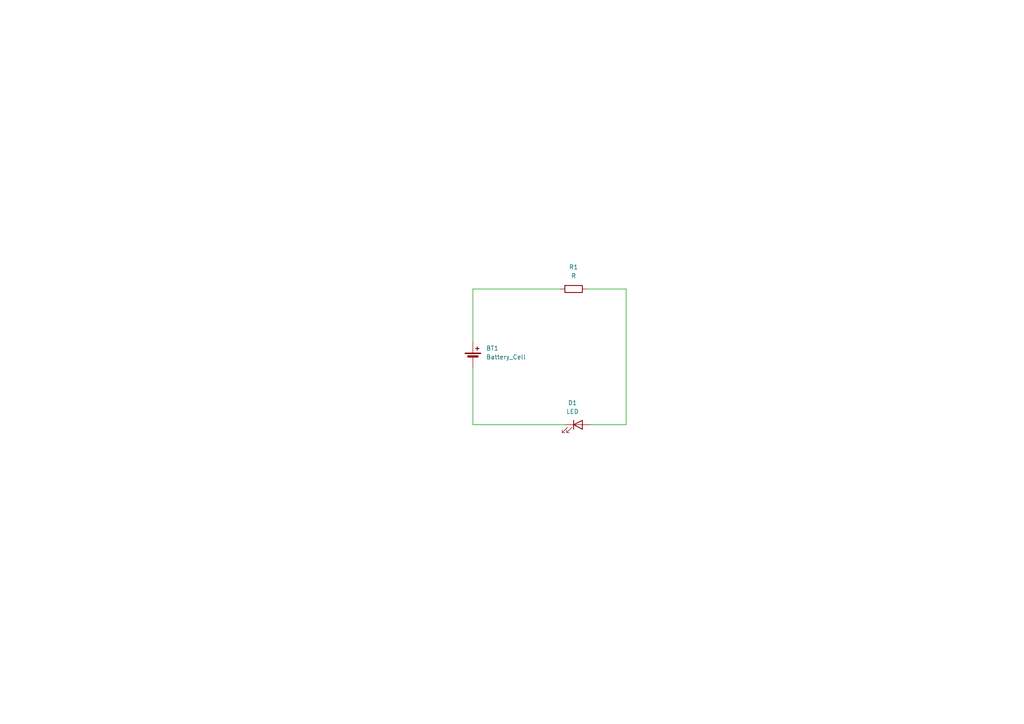
<source format=kicad_sch>
(kicad_sch (version 20231120) (generator "eeschema") (generator_version "8.0")
  (paper "A4")
  (lib_symbols
    (symbol "Device:Battery_Cell" (pin_numbers hide) (pin_names (offset 0) hide)
      (property "Reference" "BT" (at 2.54 2.54 0))
      (property "Value" "Battery_Cell" (at 2.54 0 0))
      (symbol "Battery_Cell_0_1"
        (rectangle (start -2.286 1.778) (end 2.286 1.524) (fill (type outline)))
        (rectangle (start -1.524 1.016) (end 1.524 0.508) (fill (type outline)))
        (polyline (pts (xy 0 0.762) (xy 0 0)))
        (polyline (pts (xy 0 1.778) (xy 0 2.54)))
        (polyline (pts (xy 0.762 3.048) (xy 1.778 3.048)) (stroke (width 0.254)))
        (polyline (pts (xy 1.27 3.556) (xy 1.27 2.54)) (stroke (width 0.254)))
      )
      (symbol "Battery_Cell_1_1"
        (pin passive line (at 0 5.08 270) (length 2.54) (name "+") (number "1"))
        (pin passive line (at 0 -2.54 90) (length 2.54) (name "-") (number "2"))
      )
    )
    (symbol "Device:LED" (pin_numbers hide) (pin_names (offset 1.016) hide)
      (property "Reference" "D" (at 0 2.54 0))
      (property "Value" "LED" (at 0 -2.54 0))
      (symbol "LED_0_1"
        (polyline (pts (xy -1.27 -1.27) (xy -1.27 1.27)) (stroke (width 0.254)))
        (polyline (pts (xy -1.27 0) (xy 1.27 0)))
        (polyline (pts (xy 1.27 -1.27) (xy 1.27 1.27) (xy -1.27 0) (xy 1.27 -1.27)) (stroke (width 0.254)))
        (polyline (pts (xy -3.048 -0.762) (xy -4.572 -2.286) (xy -3.81 -2.286) (xy -4.572 -2.286) (xy -4.572 -1.524)))
        (polyline (pts (xy -1.778 -0.762) (xy -3.302 -2.286) (xy -2.54 -2.286) (xy -3.302 -2.286) (xy -3.302 -1.524)))
      )
      (symbol "LED_1_1"
        (pin passive line (at -3.81 0 0) (length 2.54) (name "K") (number "1"))
        (pin passive line (at 3.81 0 180) (length 2.54) (name "A") (number "2"))
      )
    )
    (symbol "Device:R" (pin_numbers hide) (pin_names (offset 0))
      (property "Reference" "R" (at 2.032 0 90))
      (property "Value" "R" (at 0 0 90))
      (symbol "R_0_1"
        (rectangle (start -1.016 -2.54) (end 1.016 2.54) (stroke (width 0.254)))
      )
      (symbol "R_1_1"
        (pin passive line (at 0 3.81 270) (length 1.27) (name "~") (number "1"))
        (pin passive line (at 0 -3.81 90) (length 1.27) (name "~") (number "2"))
      )
    )
  )
  (wire (pts (xy 163.83 123.19) (xy 137.16 123.19)))
  (wire (pts (xy 137.16 83.82) (xy 162.56 83.82)))
  (wire (pts (xy 137.16 83.82) (xy 137.16 99.06)))
  (wire (pts (xy 181.61 123.19) (xy 171.45 123.19)))
  (wire (pts (xy 170.18 83.82) (xy 181.61 83.82)))
  (wire (pts (xy 181.61 83.82) (xy 181.61 123.19)))
  (wire (pts (xy 137.16 123.19) (xy 137.16 106.68)))
  (symbol (lib_id "Device:Battery_Cell") (at 137.16 104.14 0) (unit 1)
    (property "Reference" "BT1" (at 140.97 101.0284 0) (effects (justify left)))
    (property "Value" "Battery_Cell" (at 140.97 103.5684 0) (effects (justify left)))
    (property "Footprint" "FS_3_Global_Footprint_Library:MS621FE-FL11E_SEC" (effects (hide yes)))
    (property "Description" "Single-cell battery" (effects (hide yes)))
  )
  (symbol (lib_id "Device:LED") (at 167.64 123.19 0) (unit 1)
    (property "Reference" "D1" (at 166.0525 116.84 0))
    (property "Value" "LED" (at 166.0525 119.38 0))
    (property "Footprint" "Diode_SMD:D_0805_2012Metric_Pad1.15x1.40mm_HandSolder" (effects (hide yes)))
    (property "Description" "Light emitting diode" (effects (hide yes)))
  )
  (symbol (lib_id "Device:R") (at 166.37 83.82 270) (unit 1)
    (property "Reference" "R1" (at 166.37 77.47 90))
    (property "Value" "R" (at 166.37 80.01 90))
    (property "Footprint" "Resistor_SMD:R_0805_2012Metric_Pad1.20x1.40mm_HandSolder" (effects (hide yes)))
    (property "Description" "Resistor" (effects (hide yes)))
  )
)
</source>
